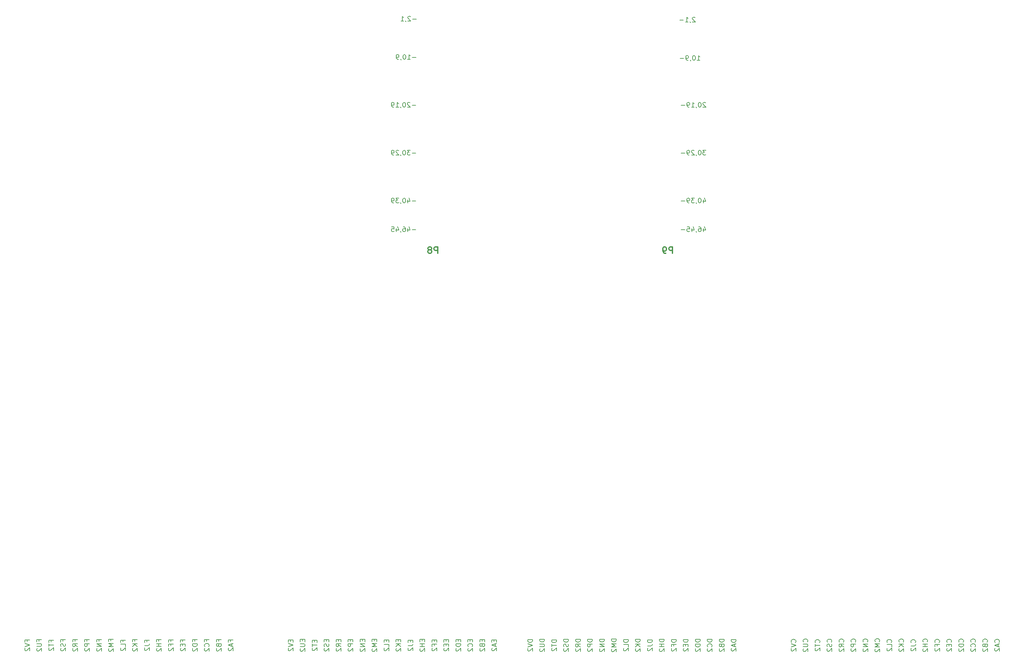
<source format=gbr>
G04 #@! TF.GenerationSoftware,KiCad,Pcbnew,(5.1.12)-1*
G04 #@! TF.CreationDate,2023-03-10T04:48:44+01:00*
G04 #@! TF.ProjectId,unibone,756e6962-6f6e-4652-9e6b-696361645f70,V1.0*
G04 #@! TF.SameCoordinates,Original*
G04 #@! TF.FileFunction,Legend,Bot*
G04 #@! TF.FilePolarity,Positive*
%FSLAX46Y46*%
G04 Gerber Fmt 4.6, Leading zero omitted, Abs format (unit mm)*
G04 Created by KiCad (PCBNEW (5.1.12)-1) date 2023-03-10 04:48:44*
%MOMM*%
%LPD*%
G01*
G04 APERTURE LIST*
%ADD10C,0.350000*%
%ADD11C,0.203200*%
G04 APERTURE END LIST*
D10*
X137126785Y-126499047D02*
X137126785Y-124799047D01*
X136479166Y-124799047D01*
X136317261Y-124880000D01*
X136236309Y-124960952D01*
X136155357Y-125122857D01*
X136155357Y-125365714D01*
X136236309Y-125527619D01*
X136317261Y-125608571D01*
X136479166Y-125689523D01*
X137126785Y-125689523D01*
X135183928Y-125527619D02*
X135345833Y-125446666D01*
X135426785Y-125365714D01*
X135507738Y-125203809D01*
X135507738Y-125122857D01*
X135426785Y-124960952D01*
X135345833Y-124880000D01*
X135183928Y-124799047D01*
X134860119Y-124799047D01*
X134698214Y-124880000D01*
X134617261Y-124960952D01*
X134536309Y-125122857D01*
X134536309Y-125203809D01*
X134617261Y-125365714D01*
X134698214Y-125446666D01*
X134860119Y-125527619D01*
X135183928Y-125527619D01*
X135345833Y-125608571D01*
X135426785Y-125689523D01*
X135507738Y-125851428D01*
X135507738Y-126175238D01*
X135426785Y-126337142D01*
X135345833Y-126418095D01*
X135183928Y-126499047D01*
X134860119Y-126499047D01*
X134698214Y-126418095D01*
X134617261Y-126337142D01*
X134536309Y-126175238D01*
X134536309Y-125851428D01*
X134617261Y-125689523D01*
X134698214Y-125608571D01*
X134860119Y-125527619D01*
X199392738Y-126499047D02*
X199392738Y-124799047D01*
X198745119Y-124799047D01*
X198583214Y-124880000D01*
X198502261Y-124960952D01*
X198421309Y-125122857D01*
X198421309Y-125365714D01*
X198502261Y-125527619D01*
X198583214Y-125608571D01*
X198745119Y-125689523D01*
X199392738Y-125689523D01*
X197611785Y-126499047D02*
X197287976Y-126499047D01*
X197126071Y-126418095D01*
X197045119Y-126337142D01*
X196883214Y-126094285D01*
X196802261Y-125770476D01*
X196802261Y-125122857D01*
X196883214Y-124960952D01*
X196964166Y-124880000D01*
X197126071Y-124799047D01*
X197449880Y-124799047D01*
X197611785Y-124880000D01*
X197692738Y-124960952D01*
X197773690Y-125122857D01*
X197773690Y-125527619D01*
X197692738Y-125689523D01*
X197611785Y-125770476D01*
X197449880Y-125851428D01*
X197126071Y-125851428D01*
X196964166Y-125770476D01*
X196883214Y-125689523D01*
X196802261Y-125527619D01*
D11*
X207555253Y-119869857D02*
X207555253Y-120716523D01*
X207857634Y-119386047D02*
X208160015Y-120293190D01*
X207373824Y-120293190D01*
X206345729Y-119446523D02*
X206587634Y-119446523D01*
X206708586Y-119507000D01*
X206769062Y-119567476D01*
X206890015Y-119748904D01*
X206950491Y-119990809D01*
X206950491Y-120474619D01*
X206890015Y-120595571D01*
X206829539Y-120656047D01*
X206708586Y-120716523D01*
X206466681Y-120716523D01*
X206345729Y-120656047D01*
X206285253Y-120595571D01*
X206224777Y-120474619D01*
X206224777Y-120172238D01*
X206285253Y-120051285D01*
X206345729Y-119990809D01*
X206466681Y-119930333D01*
X206708586Y-119930333D01*
X206829539Y-119990809D01*
X206890015Y-120051285D01*
X206950491Y-120172238D01*
X205620015Y-120656047D02*
X205620015Y-120716523D01*
X205680491Y-120837476D01*
X205740967Y-120897952D01*
X204531443Y-119869857D02*
X204531443Y-120716523D01*
X204833824Y-119386047D02*
X205136205Y-120293190D01*
X204350015Y-120293190D01*
X203261443Y-119446523D02*
X203866205Y-119446523D01*
X203926681Y-120051285D01*
X203866205Y-119990809D01*
X203745253Y-119930333D01*
X203442872Y-119930333D01*
X203321920Y-119990809D01*
X203261443Y-120051285D01*
X203200967Y-120172238D01*
X203200967Y-120474619D01*
X203261443Y-120595571D01*
X203321920Y-120656047D01*
X203442872Y-120716523D01*
X203745253Y-120716523D01*
X203866205Y-120656047D01*
X203926681Y-120595571D01*
X202656681Y-120232714D02*
X201689062Y-120232714D01*
X207555253Y-112249857D02*
X207555253Y-113096523D01*
X207857634Y-111766047D02*
X208160015Y-112673190D01*
X207373824Y-112673190D01*
X206648110Y-111826523D02*
X206527158Y-111826523D01*
X206406205Y-111887000D01*
X206345729Y-111947476D01*
X206285253Y-112068428D01*
X206224777Y-112310333D01*
X206224777Y-112612714D01*
X206285253Y-112854619D01*
X206345729Y-112975571D01*
X206406205Y-113036047D01*
X206527158Y-113096523D01*
X206648110Y-113096523D01*
X206769062Y-113036047D01*
X206829539Y-112975571D01*
X206890015Y-112854619D01*
X206950491Y-112612714D01*
X206950491Y-112310333D01*
X206890015Y-112068428D01*
X206829539Y-111947476D01*
X206769062Y-111887000D01*
X206648110Y-111826523D01*
X205620015Y-113036047D02*
X205620015Y-113096523D01*
X205680491Y-113217476D01*
X205740967Y-113277952D01*
X205196681Y-111826523D02*
X204410491Y-111826523D01*
X204833824Y-112310333D01*
X204652396Y-112310333D01*
X204531443Y-112370809D01*
X204470967Y-112431285D01*
X204410491Y-112552238D01*
X204410491Y-112854619D01*
X204470967Y-112975571D01*
X204531443Y-113036047D01*
X204652396Y-113096523D01*
X205015253Y-113096523D01*
X205136205Y-113036047D01*
X205196681Y-112975571D01*
X203805729Y-113096523D02*
X203563824Y-113096523D01*
X203442872Y-113036047D01*
X203382396Y-112975571D01*
X203261443Y-112794142D01*
X203200967Y-112552238D01*
X203200967Y-112068428D01*
X203261443Y-111947476D01*
X203321920Y-111887000D01*
X203442872Y-111826523D01*
X203684777Y-111826523D01*
X203805729Y-111887000D01*
X203866205Y-111947476D01*
X203926681Y-112068428D01*
X203926681Y-112370809D01*
X203866205Y-112491761D01*
X203805729Y-112552238D01*
X203684777Y-112612714D01*
X203442872Y-112612714D01*
X203321920Y-112552238D01*
X203261443Y-112491761D01*
X203200967Y-112370809D01*
X202656681Y-112612714D02*
X201689062Y-112612714D01*
X208220491Y-99126523D02*
X207434300Y-99126523D01*
X207857634Y-99610333D01*
X207676205Y-99610333D01*
X207555253Y-99670809D01*
X207494777Y-99731285D01*
X207434300Y-99852238D01*
X207434300Y-100154619D01*
X207494777Y-100275571D01*
X207555253Y-100336047D01*
X207676205Y-100396523D01*
X208039062Y-100396523D01*
X208160015Y-100336047D01*
X208220491Y-100275571D01*
X206648110Y-99126523D02*
X206527158Y-99126523D01*
X206406205Y-99187000D01*
X206345729Y-99247476D01*
X206285253Y-99368428D01*
X206224777Y-99610333D01*
X206224777Y-99912714D01*
X206285253Y-100154619D01*
X206345729Y-100275571D01*
X206406205Y-100336047D01*
X206527158Y-100396523D01*
X206648110Y-100396523D01*
X206769062Y-100336047D01*
X206829539Y-100275571D01*
X206890015Y-100154619D01*
X206950491Y-99912714D01*
X206950491Y-99610333D01*
X206890015Y-99368428D01*
X206829539Y-99247476D01*
X206769062Y-99187000D01*
X206648110Y-99126523D01*
X205620015Y-100336047D02*
X205620015Y-100396523D01*
X205680491Y-100517476D01*
X205740967Y-100577952D01*
X205136205Y-99247476D02*
X205075729Y-99187000D01*
X204954777Y-99126523D01*
X204652396Y-99126523D01*
X204531443Y-99187000D01*
X204470967Y-99247476D01*
X204410491Y-99368428D01*
X204410491Y-99489380D01*
X204470967Y-99670809D01*
X205196681Y-100396523D01*
X204410491Y-100396523D01*
X203805729Y-100396523D02*
X203563824Y-100396523D01*
X203442872Y-100336047D01*
X203382396Y-100275571D01*
X203261443Y-100094142D01*
X203200967Y-99852238D01*
X203200967Y-99368428D01*
X203261443Y-99247476D01*
X203321920Y-99187000D01*
X203442872Y-99126523D01*
X203684777Y-99126523D01*
X203805729Y-99187000D01*
X203866205Y-99247476D01*
X203926681Y-99368428D01*
X203926681Y-99670809D01*
X203866205Y-99791761D01*
X203805729Y-99852238D01*
X203684777Y-99912714D01*
X203442872Y-99912714D01*
X203321920Y-99852238D01*
X203261443Y-99791761D01*
X203200967Y-99670809D01*
X202656681Y-99912714D02*
X201689062Y-99912714D01*
X208160015Y-86547476D02*
X208099539Y-86487000D01*
X207978586Y-86426523D01*
X207676205Y-86426523D01*
X207555253Y-86487000D01*
X207494777Y-86547476D01*
X207434300Y-86668428D01*
X207434300Y-86789380D01*
X207494777Y-86970809D01*
X208220491Y-87696523D01*
X207434300Y-87696523D01*
X206648110Y-86426523D02*
X206527158Y-86426523D01*
X206406205Y-86487000D01*
X206345729Y-86547476D01*
X206285253Y-86668428D01*
X206224777Y-86910333D01*
X206224777Y-87212714D01*
X206285253Y-87454619D01*
X206345729Y-87575571D01*
X206406205Y-87636047D01*
X206527158Y-87696523D01*
X206648110Y-87696523D01*
X206769062Y-87636047D01*
X206829539Y-87575571D01*
X206890015Y-87454619D01*
X206950491Y-87212714D01*
X206950491Y-86910333D01*
X206890015Y-86668428D01*
X206829539Y-86547476D01*
X206769062Y-86487000D01*
X206648110Y-86426523D01*
X205620015Y-87636047D02*
X205620015Y-87696523D01*
X205680491Y-87817476D01*
X205740967Y-87877952D01*
X204410491Y-87696523D02*
X205136205Y-87696523D01*
X204773348Y-87696523D02*
X204773348Y-86426523D01*
X204894300Y-86607952D01*
X205015253Y-86728904D01*
X205136205Y-86789380D01*
X203805729Y-87696523D02*
X203563824Y-87696523D01*
X203442872Y-87636047D01*
X203382396Y-87575571D01*
X203261443Y-87394142D01*
X203200967Y-87152238D01*
X203200967Y-86668428D01*
X203261443Y-86547476D01*
X203321920Y-86487000D01*
X203442872Y-86426523D01*
X203684777Y-86426523D01*
X203805729Y-86487000D01*
X203866205Y-86547476D01*
X203926681Y-86668428D01*
X203926681Y-86970809D01*
X203866205Y-87091761D01*
X203805729Y-87152238D01*
X203684777Y-87212714D01*
X203442872Y-87212714D01*
X203321920Y-87152238D01*
X203261443Y-87091761D01*
X203200967Y-86970809D01*
X202656681Y-87212714D02*
X201689062Y-87212714D01*
X205910300Y-75250523D02*
X206636015Y-75250523D01*
X206273158Y-75250523D02*
X206273158Y-73980523D01*
X206394110Y-74161952D01*
X206515062Y-74282904D01*
X206636015Y-74343380D01*
X205124110Y-73980523D02*
X205003158Y-73980523D01*
X204882205Y-74041000D01*
X204821729Y-74101476D01*
X204761253Y-74222428D01*
X204700777Y-74464333D01*
X204700777Y-74766714D01*
X204761253Y-75008619D01*
X204821729Y-75129571D01*
X204882205Y-75190047D01*
X205003158Y-75250523D01*
X205124110Y-75250523D01*
X205245062Y-75190047D01*
X205305539Y-75129571D01*
X205366015Y-75008619D01*
X205426491Y-74766714D01*
X205426491Y-74464333D01*
X205366015Y-74222428D01*
X205305539Y-74101476D01*
X205245062Y-74041000D01*
X205124110Y-73980523D01*
X204096015Y-75190047D02*
X204096015Y-75250523D01*
X204156491Y-75371476D01*
X204216967Y-75431952D01*
X203491253Y-75250523D02*
X203249348Y-75250523D01*
X203128396Y-75190047D01*
X203067920Y-75129571D01*
X202946967Y-74948142D01*
X202886491Y-74706238D01*
X202886491Y-74222428D01*
X202946967Y-74101476D01*
X203007443Y-74041000D01*
X203128396Y-73980523D01*
X203370300Y-73980523D01*
X203491253Y-74041000D01*
X203551729Y-74101476D01*
X203612205Y-74222428D01*
X203612205Y-74524809D01*
X203551729Y-74645761D01*
X203491253Y-74706238D01*
X203370300Y-74766714D01*
X203128396Y-74766714D01*
X203007443Y-74706238D01*
X202946967Y-74645761D01*
X202886491Y-74524809D01*
X202342205Y-74766714D02*
X201374586Y-74766714D01*
X205366015Y-63941476D02*
X205305539Y-63881000D01*
X205184586Y-63820523D01*
X204882205Y-63820523D01*
X204761253Y-63881000D01*
X204700777Y-63941476D01*
X204640300Y-64062428D01*
X204640300Y-64183380D01*
X204700777Y-64364809D01*
X205426491Y-65090523D01*
X204640300Y-65090523D01*
X204035539Y-65030047D02*
X204035539Y-65090523D01*
X204096015Y-65211476D01*
X204156491Y-65271952D01*
X202826015Y-65090523D02*
X203551729Y-65090523D01*
X203188872Y-65090523D02*
X203188872Y-63820523D01*
X203309824Y-64001952D01*
X203430777Y-64122904D01*
X203551729Y-64183380D01*
X202281729Y-64606714D02*
X201314110Y-64606714D01*
X131304937Y-120232714D02*
X130337318Y-120232714D01*
X129188270Y-119869857D02*
X129188270Y-120716523D01*
X129490651Y-119386047D02*
X129793032Y-120293190D01*
X129006841Y-120293190D01*
X127978746Y-119446523D02*
X128220651Y-119446523D01*
X128341603Y-119507000D01*
X128402080Y-119567476D01*
X128523032Y-119748904D01*
X128583508Y-119990809D01*
X128583508Y-120474619D01*
X128523032Y-120595571D01*
X128462556Y-120656047D01*
X128341603Y-120716523D01*
X128099699Y-120716523D01*
X127978746Y-120656047D01*
X127918270Y-120595571D01*
X127857794Y-120474619D01*
X127857794Y-120172238D01*
X127918270Y-120051285D01*
X127978746Y-119990809D01*
X128099699Y-119930333D01*
X128341603Y-119930333D01*
X128462556Y-119990809D01*
X128523032Y-120051285D01*
X128583508Y-120172238D01*
X127253032Y-120656047D02*
X127253032Y-120716523D01*
X127313508Y-120837476D01*
X127373984Y-120897952D01*
X126164460Y-119869857D02*
X126164460Y-120716523D01*
X126466841Y-119386047D02*
X126769222Y-120293190D01*
X125983032Y-120293190D01*
X124894460Y-119446523D02*
X125499222Y-119446523D01*
X125559699Y-120051285D01*
X125499222Y-119990809D01*
X125378270Y-119930333D01*
X125075889Y-119930333D01*
X124954937Y-119990809D01*
X124894460Y-120051285D01*
X124833984Y-120172238D01*
X124833984Y-120474619D01*
X124894460Y-120595571D01*
X124954937Y-120656047D01*
X125075889Y-120716523D01*
X125378270Y-120716523D01*
X125499222Y-120656047D01*
X125559699Y-120595571D01*
X131304937Y-112612714D02*
X130337318Y-112612714D01*
X129188270Y-112249857D02*
X129188270Y-113096523D01*
X129490651Y-111766047D02*
X129793032Y-112673190D01*
X129006841Y-112673190D01*
X128281127Y-111826523D02*
X128160175Y-111826523D01*
X128039222Y-111887000D01*
X127978746Y-111947476D01*
X127918270Y-112068428D01*
X127857794Y-112310333D01*
X127857794Y-112612714D01*
X127918270Y-112854619D01*
X127978746Y-112975571D01*
X128039222Y-113036047D01*
X128160175Y-113096523D01*
X128281127Y-113096523D01*
X128402080Y-113036047D01*
X128462556Y-112975571D01*
X128523032Y-112854619D01*
X128583508Y-112612714D01*
X128583508Y-112310333D01*
X128523032Y-112068428D01*
X128462556Y-111947476D01*
X128402080Y-111887000D01*
X128281127Y-111826523D01*
X127253032Y-113036047D02*
X127253032Y-113096523D01*
X127313508Y-113217476D01*
X127373984Y-113277952D01*
X126829699Y-111826523D02*
X126043508Y-111826523D01*
X126466841Y-112310333D01*
X126285413Y-112310333D01*
X126164460Y-112370809D01*
X126103984Y-112431285D01*
X126043508Y-112552238D01*
X126043508Y-112854619D01*
X126103984Y-112975571D01*
X126164460Y-113036047D01*
X126285413Y-113096523D01*
X126648270Y-113096523D01*
X126769222Y-113036047D01*
X126829699Y-112975571D01*
X125438746Y-113096523D02*
X125196841Y-113096523D01*
X125075889Y-113036047D01*
X125015413Y-112975571D01*
X124894460Y-112794142D01*
X124833984Y-112552238D01*
X124833984Y-112068428D01*
X124894460Y-111947476D01*
X124954937Y-111887000D01*
X125075889Y-111826523D01*
X125317794Y-111826523D01*
X125438746Y-111887000D01*
X125499222Y-111947476D01*
X125559699Y-112068428D01*
X125559699Y-112370809D01*
X125499222Y-112491761D01*
X125438746Y-112552238D01*
X125317794Y-112612714D01*
X125075889Y-112612714D01*
X124954937Y-112552238D01*
X124894460Y-112491761D01*
X124833984Y-112370809D01*
X131304937Y-99912714D02*
X130337318Y-99912714D01*
X129853508Y-99126523D02*
X129067318Y-99126523D01*
X129490651Y-99610333D01*
X129309222Y-99610333D01*
X129188270Y-99670809D01*
X129127794Y-99731285D01*
X129067318Y-99852238D01*
X129067318Y-100154619D01*
X129127794Y-100275571D01*
X129188270Y-100336047D01*
X129309222Y-100396523D01*
X129672080Y-100396523D01*
X129793032Y-100336047D01*
X129853508Y-100275571D01*
X128281127Y-99126523D02*
X128160175Y-99126523D01*
X128039222Y-99187000D01*
X127978746Y-99247476D01*
X127918270Y-99368428D01*
X127857794Y-99610333D01*
X127857794Y-99912714D01*
X127918270Y-100154619D01*
X127978746Y-100275571D01*
X128039222Y-100336047D01*
X128160175Y-100396523D01*
X128281127Y-100396523D01*
X128402080Y-100336047D01*
X128462556Y-100275571D01*
X128523032Y-100154619D01*
X128583508Y-99912714D01*
X128583508Y-99610333D01*
X128523032Y-99368428D01*
X128462556Y-99247476D01*
X128402080Y-99187000D01*
X128281127Y-99126523D01*
X127253032Y-100336047D02*
X127253032Y-100396523D01*
X127313508Y-100517476D01*
X127373984Y-100577952D01*
X126769222Y-99247476D02*
X126708746Y-99187000D01*
X126587794Y-99126523D01*
X126285413Y-99126523D01*
X126164460Y-99187000D01*
X126103984Y-99247476D01*
X126043508Y-99368428D01*
X126043508Y-99489380D01*
X126103984Y-99670809D01*
X126829699Y-100396523D01*
X126043508Y-100396523D01*
X125438746Y-100396523D02*
X125196841Y-100396523D01*
X125075889Y-100336047D01*
X125015413Y-100275571D01*
X124894460Y-100094142D01*
X124833984Y-99852238D01*
X124833984Y-99368428D01*
X124894460Y-99247476D01*
X124954937Y-99187000D01*
X125075889Y-99126523D01*
X125317794Y-99126523D01*
X125438746Y-99187000D01*
X125499222Y-99247476D01*
X125559699Y-99368428D01*
X125559699Y-99670809D01*
X125499222Y-99791761D01*
X125438746Y-99852238D01*
X125317794Y-99912714D01*
X125075889Y-99912714D01*
X124954937Y-99852238D01*
X124894460Y-99791761D01*
X124833984Y-99670809D01*
X131304937Y-87212714D02*
X130337318Y-87212714D01*
X129793032Y-86547476D02*
X129732556Y-86487000D01*
X129611603Y-86426523D01*
X129309222Y-86426523D01*
X129188270Y-86487000D01*
X129127794Y-86547476D01*
X129067318Y-86668428D01*
X129067318Y-86789380D01*
X129127794Y-86970809D01*
X129853508Y-87696523D01*
X129067318Y-87696523D01*
X128281127Y-86426523D02*
X128160175Y-86426523D01*
X128039222Y-86487000D01*
X127978746Y-86547476D01*
X127918270Y-86668428D01*
X127857794Y-86910333D01*
X127857794Y-87212714D01*
X127918270Y-87454619D01*
X127978746Y-87575571D01*
X128039222Y-87636047D01*
X128160175Y-87696523D01*
X128281127Y-87696523D01*
X128402080Y-87636047D01*
X128462556Y-87575571D01*
X128523032Y-87454619D01*
X128583508Y-87212714D01*
X128583508Y-86910333D01*
X128523032Y-86668428D01*
X128462556Y-86547476D01*
X128402080Y-86487000D01*
X128281127Y-86426523D01*
X127253032Y-87636047D02*
X127253032Y-87696523D01*
X127313508Y-87817476D01*
X127373984Y-87877952D01*
X126043508Y-87696523D02*
X126769222Y-87696523D01*
X126406365Y-87696523D02*
X126406365Y-86426523D01*
X126527318Y-86607952D01*
X126648270Y-86728904D01*
X126769222Y-86789380D01*
X125438746Y-87696523D02*
X125196841Y-87696523D01*
X125075889Y-87636047D01*
X125015413Y-87575571D01*
X124894460Y-87394142D01*
X124833984Y-87152238D01*
X124833984Y-86668428D01*
X124894460Y-86547476D01*
X124954937Y-86487000D01*
X125075889Y-86426523D01*
X125317794Y-86426523D01*
X125438746Y-86487000D01*
X125499222Y-86547476D01*
X125559699Y-86668428D01*
X125559699Y-86970809D01*
X125499222Y-87091761D01*
X125438746Y-87152238D01*
X125317794Y-87212714D01*
X125075889Y-87212714D01*
X124954937Y-87152238D01*
X124894460Y-87091761D01*
X124833984Y-86970809D01*
X131365413Y-74512714D02*
X130397794Y-74512714D01*
X129127794Y-74996523D02*
X129853508Y-74996523D01*
X129490651Y-74996523D02*
X129490651Y-73726523D01*
X129611603Y-73907952D01*
X129732556Y-74028904D01*
X129853508Y-74089380D01*
X128341603Y-73726523D02*
X128220651Y-73726523D01*
X128099699Y-73787000D01*
X128039222Y-73847476D01*
X127978746Y-73968428D01*
X127918270Y-74210333D01*
X127918270Y-74512714D01*
X127978746Y-74754619D01*
X128039222Y-74875571D01*
X128099699Y-74936047D01*
X128220651Y-74996523D01*
X128341603Y-74996523D01*
X128462556Y-74936047D01*
X128523032Y-74875571D01*
X128583508Y-74754619D01*
X128643984Y-74512714D01*
X128643984Y-74210333D01*
X128583508Y-73968428D01*
X128523032Y-73847476D01*
X128462556Y-73787000D01*
X128341603Y-73726523D01*
X127313508Y-74936047D02*
X127313508Y-74996523D01*
X127373984Y-75117476D01*
X127434460Y-75177952D01*
X126708746Y-74996523D02*
X126466841Y-74996523D01*
X126345889Y-74936047D01*
X126285413Y-74875571D01*
X126164460Y-74694142D01*
X126103984Y-74452238D01*
X126103984Y-73968428D01*
X126164460Y-73847476D01*
X126224937Y-73787000D01*
X126345889Y-73726523D01*
X126587794Y-73726523D01*
X126708746Y-73787000D01*
X126769222Y-73847476D01*
X126829699Y-73968428D01*
X126829699Y-74270809D01*
X126769222Y-74391761D01*
X126708746Y-74452238D01*
X126587794Y-74512714D01*
X126345889Y-74512714D01*
X126224937Y-74452238D01*
X126164460Y-74391761D01*
X126103984Y-74270809D01*
X131425889Y-64352714D02*
X130458270Y-64352714D01*
X129913984Y-63687476D02*
X129853508Y-63627000D01*
X129732556Y-63566523D01*
X129430175Y-63566523D01*
X129309222Y-63627000D01*
X129248746Y-63687476D01*
X129188270Y-63808428D01*
X129188270Y-63929380D01*
X129248746Y-64110809D01*
X129974460Y-64836523D01*
X129188270Y-64836523D01*
X128583508Y-64776047D02*
X128583508Y-64836523D01*
X128643984Y-64957476D01*
X128704460Y-65017952D01*
X127373984Y-64836523D02*
X128099699Y-64836523D01*
X127736841Y-64836523D02*
X127736841Y-63566523D01*
X127857794Y-63747952D01*
X127978746Y-63868904D01*
X128099699Y-63929380D01*
X231979371Y-229744047D02*
X232039847Y-229683571D01*
X232100323Y-229502142D01*
X232100323Y-229381190D01*
X232039847Y-229199761D01*
X231918895Y-229078809D01*
X231797942Y-229018333D01*
X231556038Y-228957857D01*
X231374609Y-228957857D01*
X231132704Y-229018333D01*
X231011752Y-229078809D01*
X230890800Y-229199761D01*
X230830323Y-229381190D01*
X230830323Y-229502142D01*
X230890800Y-229683571D01*
X230951276Y-229744047D01*
X230830323Y-230106904D02*
X232100323Y-230530238D01*
X230830323Y-230953571D01*
X230951276Y-231316428D02*
X230890800Y-231376904D01*
X230830323Y-231497857D01*
X230830323Y-231800238D01*
X230890800Y-231921190D01*
X230951276Y-231981666D01*
X231072228Y-232042142D01*
X231193180Y-232042142D01*
X231374609Y-231981666D01*
X232100323Y-231255952D01*
X232100323Y-232042142D01*
X235154371Y-229623095D02*
X235214847Y-229562619D01*
X235275323Y-229381190D01*
X235275323Y-229260238D01*
X235214847Y-229078809D01*
X235093895Y-228957857D01*
X234972942Y-228897380D01*
X234731038Y-228836904D01*
X234549609Y-228836904D01*
X234307704Y-228897380D01*
X234186752Y-228957857D01*
X234065800Y-229078809D01*
X234005323Y-229260238D01*
X234005323Y-229381190D01*
X234065800Y-229562619D01*
X234126276Y-229623095D01*
X234005323Y-230167380D02*
X235033419Y-230167380D01*
X235154371Y-230227857D01*
X235214847Y-230288333D01*
X235275323Y-230409285D01*
X235275323Y-230651190D01*
X235214847Y-230772142D01*
X235154371Y-230832619D01*
X235033419Y-230893095D01*
X234005323Y-230893095D01*
X234126276Y-231437380D02*
X234065800Y-231497857D01*
X234005323Y-231618809D01*
X234005323Y-231921190D01*
X234065800Y-232042142D01*
X234126276Y-232102619D01*
X234247228Y-232163095D01*
X234368180Y-232163095D01*
X234549609Y-232102619D01*
X235275323Y-231376904D01*
X235275323Y-232163095D01*
X238329371Y-229804523D02*
X238389847Y-229744047D01*
X238450323Y-229562619D01*
X238450323Y-229441666D01*
X238389847Y-229260238D01*
X238268895Y-229139285D01*
X238147942Y-229078809D01*
X237906038Y-229018333D01*
X237724609Y-229018333D01*
X237482704Y-229078809D01*
X237361752Y-229139285D01*
X237240800Y-229260238D01*
X237180323Y-229441666D01*
X237180323Y-229562619D01*
X237240800Y-229744047D01*
X237301276Y-229804523D01*
X237180323Y-230167380D02*
X237180323Y-230893095D01*
X238450323Y-230530238D02*
X237180323Y-230530238D01*
X237301276Y-231255952D02*
X237240800Y-231316428D01*
X237180323Y-231437380D01*
X237180323Y-231739761D01*
X237240800Y-231860714D01*
X237301276Y-231921190D01*
X237422228Y-231981666D01*
X237543180Y-231981666D01*
X237724609Y-231921190D01*
X238450323Y-231195476D01*
X238450323Y-231981666D01*
X241504371Y-229683571D02*
X241564847Y-229623095D01*
X241625323Y-229441666D01*
X241625323Y-229320714D01*
X241564847Y-229139285D01*
X241443895Y-229018333D01*
X241322942Y-228957857D01*
X241081038Y-228897380D01*
X240899609Y-228897380D01*
X240657704Y-228957857D01*
X240536752Y-229018333D01*
X240415800Y-229139285D01*
X240355323Y-229320714D01*
X240355323Y-229441666D01*
X240415800Y-229623095D01*
X240476276Y-229683571D01*
X241564847Y-230167380D02*
X241625323Y-230348809D01*
X241625323Y-230651190D01*
X241564847Y-230772142D01*
X241504371Y-230832619D01*
X241383419Y-230893095D01*
X241262466Y-230893095D01*
X241141514Y-230832619D01*
X241081038Y-230772142D01*
X241020561Y-230651190D01*
X240960085Y-230409285D01*
X240899609Y-230288333D01*
X240839133Y-230227857D01*
X240718180Y-230167380D01*
X240597228Y-230167380D01*
X240476276Y-230227857D01*
X240415800Y-230288333D01*
X240355323Y-230409285D01*
X240355323Y-230711666D01*
X240415800Y-230893095D01*
X240476276Y-231376904D02*
X240415800Y-231437380D01*
X240355323Y-231558333D01*
X240355323Y-231860714D01*
X240415800Y-231981666D01*
X240476276Y-232042142D01*
X240597228Y-232102619D01*
X240718180Y-232102619D01*
X240899609Y-232042142D01*
X241625323Y-231316428D01*
X241625323Y-232102619D01*
X244679371Y-229653333D02*
X244739847Y-229592857D01*
X244800323Y-229411428D01*
X244800323Y-229290476D01*
X244739847Y-229109047D01*
X244618895Y-228988095D01*
X244497942Y-228927619D01*
X244256038Y-228867142D01*
X244074609Y-228867142D01*
X243832704Y-228927619D01*
X243711752Y-228988095D01*
X243590800Y-229109047D01*
X243530323Y-229290476D01*
X243530323Y-229411428D01*
X243590800Y-229592857D01*
X243651276Y-229653333D01*
X244800323Y-230923333D02*
X244195561Y-230500000D01*
X244800323Y-230197619D02*
X243530323Y-230197619D01*
X243530323Y-230681428D01*
X243590800Y-230802380D01*
X243651276Y-230862857D01*
X243772228Y-230923333D01*
X243953657Y-230923333D01*
X244074609Y-230862857D01*
X244135085Y-230802380D01*
X244195561Y-230681428D01*
X244195561Y-230197619D01*
X243651276Y-231407142D02*
X243590800Y-231467619D01*
X243530323Y-231588571D01*
X243530323Y-231890952D01*
X243590800Y-232011904D01*
X243651276Y-232072380D01*
X243772228Y-232132857D01*
X243893180Y-232132857D01*
X244074609Y-232072380D01*
X244800323Y-231346666D01*
X244800323Y-232132857D01*
X247854371Y-229653333D02*
X247914847Y-229592857D01*
X247975323Y-229411428D01*
X247975323Y-229290476D01*
X247914847Y-229109047D01*
X247793895Y-228988095D01*
X247672942Y-228927619D01*
X247431038Y-228867142D01*
X247249609Y-228867142D01*
X247007704Y-228927619D01*
X246886752Y-228988095D01*
X246765800Y-229109047D01*
X246705323Y-229290476D01*
X246705323Y-229411428D01*
X246765800Y-229592857D01*
X246826276Y-229653333D01*
X247975323Y-230197619D02*
X246705323Y-230197619D01*
X246705323Y-230681428D01*
X246765800Y-230802380D01*
X246826276Y-230862857D01*
X246947228Y-230923333D01*
X247128657Y-230923333D01*
X247249609Y-230862857D01*
X247310085Y-230802380D01*
X247370561Y-230681428D01*
X247370561Y-230197619D01*
X246826276Y-231407142D02*
X246765800Y-231467619D01*
X246705323Y-231588571D01*
X246705323Y-231890952D01*
X246765800Y-232011904D01*
X246826276Y-232072380D01*
X246947228Y-232132857D01*
X247068180Y-232132857D01*
X247249609Y-232072380D01*
X247975323Y-231346666D01*
X247975323Y-232132857D01*
X251029371Y-229623095D02*
X251089847Y-229562619D01*
X251150323Y-229381190D01*
X251150323Y-229260238D01*
X251089847Y-229078809D01*
X250968895Y-228957857D01*
X250847942Y-228897380D01*
X250606038Y-228836904D01*
X250424609Y-228836904D01*
X250182704Y-228897380D01*
X250061752Y-228957857D01*
X249940800Y-229078809D01*
X249880323Y-229260238D01*
X249880323Y-229381190D01*
X249940800Y-229562619D01*
X250001276Y-229623095D01*
X251150323Y-230167380D02*
X249880323Y-230167380D01*
X251150323Y-230893095D01*
X249880323Y-230893095D01*
X250001276Y-231437380D02*
X249940800Y-231497857D01*
X249880323Y-231618809D01*
X249880323Y-231921190D01*
X249940800Y-232042142D01*
X250001276Y-232102619D01*
X250122228Y-232163095D01*
X250243180Y-232163095D01*
X250424609Y-232102619D01*
X251150323Y-231376904D01*
X251150323Y-232163095D01*
X254204371Y-229562619D02*
X254264847Y-229502142D01*
X254325323Y-229320714D01*
X254325323Y-229199761D01*
X254264847Y-229018333D01*
X254143895Y-228897380D01*
X254022942Y-228836904D01*
X253781038Y-228776428D01*
X253599609Y-228776428D01*
X253357704Y-228836904D01*
X253236752Y-228897380D01*
X253115800Y-229018333D01*
X253055323Y-229199761D01*
X253055323Y-229320714D01*
X253115800Y-229502142D01*
X253176276Y-229562619D01*
X254325323Y-230106904D02*
X253055323Y-230106904D01*
X253962466Y-230530238D01*
X253055323Y-230953571D01*
X254325323Y-230953571D01*
X253176276Y-231497857D02*
X253115800Y-231558333D01*
X253055323Y-231679285D01*
X253055323Y-231981666D01*
X253115800Y-232102619D01*
X253176276Y-232163095D01*
X253297228Y-232223571D01*
X253418180Y-232223571D01*
X253599609Y-232163095D01*
X254325323Y-231437380D01*
X254325323Y-232223571D01*
X257379371Y-229774285D02*
X257439847Y-229713809D01*
X257500323Y-229532380D01*
X257500323Y-229411428D01*
X257439847Y-229230000D01*
X257318895Y-229109047D01*
X257197942Y-229048571D01*
X256956038Y-228988095D01*
X256774609Y-228988095D01*
X256532704Y-229048571D01*
X256411752Y-229109047D01*
X256290800Y-229230000D01*
X256230323Y-229411428D01*
X256230323Y-229532380D01*
X256290800Y-229713809D01*
X256351276Y-229774285D01*
X257500323Y-230923333D02*
X257500323Y-230318571D01*
X256230323Y-230318571D01*
X256351276Y-231286190D02*
X256290800Y-231346666D01*
X256230323Y-231467619D01*
X256230323Y-231770000D01*
X256290800Y-231890952D01*
X256351276Y-231951428D01*
X256472228Y-232011904D01*
X256593180Y-232011904D01*
X256774609Y-231951428D01*
X257500323Y-231225714D01*
X257500323Y-232011904D01*
X260554371Y-229653333D02*
X260614847Y-229592857D01*
X260675323Y-229411428D01*
X260675323Y-229290476D01*
X260614847Y-229109047D01*
X260493895Y-228988095D01*
X260372942Y-228927619D01*
X260131038Y-228867142D01*
X259949609Y-228867142D01*
X259707704Y-228927619D01*
X259586752Y-228988095D01*
X259465800Y-229109047D01*
X259405323Y-229290476D01*
X259405323Y-229411428D01*
X259465800Y-229592857D01*
X259526276Y-229653333D01*
X260675323Y-230197619D02*
X259405323Y-230197619D01*
X260675323Y-230923333D02*
X259949609Y-230379047D01*
X259405323Y-230923333D02*
X260131038Y-230197619D01*
X259526276Y-231407142D02*
X259465800Y-231467619D01*
X259405323Y-231588571D01*
X259405323Y-231890952D01*
X259465800Y-232011904D01*
X259526276Y-232072380D01*
X259647228Y-232132857D01*
X259768180Y-232132857D01*
X259949609Y-232072380D01*
X260675323Y-231346666D01*
X260675323Y-232132857D01*
X263729371Y-229804523D02*
X263789847Y-229744047D01*
X263850323Y-229562619D01*
X263850323Y-229441666D01*
X263789847Y-229260238D01*
X263668895Y-229139285D01*
X263547942Y-229078809D01*
X263306038Y-229018333D01*
X263124609Y-229018333D01*
X262882704Y-229078809D01*
X262761752Y-229139285D01*
X262640800Y-229260238D01*
X262580323Y-229441666D01*
X262580323Y-229562619D01*
X262640800Y-229744047D01*
X262701276Y-229804523D01*
X262580323Y-230711666D02*
X263487466Y-230711666D01*
X263668895Y-230651190D01*
X263789847Y-230530238D01*
X263850323Y-230348809D01*
X263850323Y-230227857D01*
X262701276Y-231255952D02*
X262640800Y-231316428D01*
X262580323Y-231437380D01*
X262580323Y-231739761D01*
X262640800Y-231860714D01*
X262701276Y-231921190D01*
X262822228Y-231981666D01*
X262943180Y-231981666D01*
X263124609Y-231921190D01*
X263850323Y-231195476D01*
X263850323Y-231981666D01*
X266904371Y-229623095D02*
X266964847Y-229562619D01*
X267025323Y-229381190D01*
X267025323Y-229260238D01*
X266964847Y-229078809D01*
X266843895Y-228957857D01*
X266722942Y-228897380D01*
X266481038Y-228836904D01*
X266299609Y-228836904D01*
X266057704Y-228897380D01*
X265936752Y-228957857D01*
X265815800Y-229078809D01*
X265755323Y-229260238D01*
X265755323Y-229381190D01*
X265815800Y-229562619D01*
X265876276Y-229623095D01*
X267025323Y-230167380D02*
X265755323Y-230167380D01*
X266360085Y-230167380D02*
X266360085Y-230893095D01*
X267025323Y-230893095D02*
X265755323Y-230893095D01*
X265876276Y-231437380D02*
X265815800Y-231497857D01*
X265755323Y-231618809D01*
X265755323Y-231921190D01*
X265815800Y-232042142D01*
X265876276Y-232102619D01*
X265997228Y-232163095D01*
X266118180Y-232163095D01*
X266299609Y-232102619D01*
X267025323Y-231376904D01*
X267025323Y-232163095D01*
X270079371Y-229744047D02*
X270139847Y-229683571D01*
X270200323Y-229502142D01*
X270200323Y-229381190D01*
X270139847Y-229199761D01*
X270018895Y-229078809D01*
X269897942Y-229018333D01*
X269656038Y-228957857D01*
X269474609Y-228957857D01*
X269232704Y-229018333D01*
X269111752Y-229078809D01*
X268990800Y-229199761D01*
X268930323Y-229381190D01*
X268930323Y-229502142D01*
X268990800Y-229683571D01*
X269051276Y-229744047D01*
X269535085Y-230711666D02*
X269535085Y-230288333D01*
X270200323Y-230288333D02*
X268930323Y-230288333D01*
X268930323Y-230893095D01*
X269051276Y-231316428D02*
X268990800Y-231376904D01*
X268930323Y-231497857D01*
X268930323Y-231800238D01*
X268990800Y-231921190D01*
X269051276Y-231981666D01*
X269172228Y-232042142D01*
X269293180Y-232042142D01*
X269474609Y-231981666D01*
X270200323Y-231255952D01*
X270200323Y-232042142D01*
X273254371Y-229713809D02*
X273314847Y-229653333D01*
X273375323Y-229471904D01*
X273375323Y-229350952D01*
X273314847Y-229169523D01*
X273193895Y-229048571D01*
X273072942Y-228988095D01*
X272831038Y-228927619D01*
X272649609Y-228927619D01*
X272407704Y-228988095D01*
X272286752Y-229048571D01*
X272165800Y-229169523D01*
X272105323Y-229350952D01*
X272105323Y-229471904D01*
X272165800Y-229653333D01*
X272226276Y-229713809D01*
X272710085Y-230258095D02*
X272710085Y-230681428D01*
X273375323Y-230862857D02*
X273375323Y-230258095D01*
X272105323Y-230258095D01*
X272105323Y-230862857D01*
X272226276Y-231346666D02*
X272165800Y-231407142D01*
X272105323Y-231528095D01*
X272105323Y-231830476D01*
X272165800Y-231951428D01*
X272226276Y-232011904D01*
X272347228Y-232072380D01*
X272468180Y-232072380D01*
X272649609Y-232011904D01*
X273375323Y-231286190D01*
X273375323Y-232072380D01*
X276429371Y-229653333D02*
X276489847Y-229592857D01*
X276550323Y-229411428D01*
X276550323Y-229290476D01*
X276489847Y-229109047D01*
X276368895Y-228988095D01*
X276247942Y-228927619D01*
X276006038Y-228867142D01*
X275824609Y-228867142D01*
X275582704Y-228927619D01*
X275461752Y-228988095D01*
X275340800Y-229109047D01*
X275280323Y-229290476D01*
X275280323Y-229411428D01*
X275340800Y-229592857D01*
X275401276Y-229653333D01*
X276550323Y-230197619D02*
X275280323Y-230197619D01*
X275280323Y-230500000D01*
X275340800Y-230681428D01*
X275461752Y-230802380D01*
X275582704Y-230862857D01*
X275824609Y-230923333D01*
X276006038Y-230923333D01*
X276247942Y-230862857D01*
X276368895Y-230802380D01*
X276489847Y-230681428D01*
X276550323Y-230500000D01*
X276550323Y-230197619D01*
X275401276Y-231407142D02*
X275340800Y-231467619D01*
X275280323Y-231588571D01*
X275280323Y-231890952D01*
X275340800Y-232011904D01*
X275401276Y-232072380D01*
X275522228Y-232132857D01*
X275643180Y-232132857D01*
X275824609Y-232072380D01*
X276550323Y-231346666D01*
X276550323Y-232132857D01*
X279604371Y-229653333D02*
X279664847Y-229592857D01*
X279725323Y-229411428D01*
X279725323Y-229290476D01*
X279664847Y-229109047D01*
X279543895Y-228988095D01*
X279422942Y-228927619D01*
X279181038Y-228867142D01*
X278999609Y-228867142D01*
X278757704Y-228927619D01*
X278636752Y-228988095D01*
X278515800Y-229109047D01*
X278455323Y-229290476D01*
X278455323Y-229411428D01*
X278515800Y-229592857D01*
X278576276Y-229653333D01*
X279604371Y-230923333D02*
X279664847Y-230862857D01*
X279725323Y-230681428D01*
X279725323Y-230560476D01*
X279664847Y-230379047D01*
X279543895Y-230258095D01*
X279422942Y-230197619D01*
X279181038Y-230137142D01*
X278999609Y-230137142D01*
X278757704Y-230197619D01*
X278636752Y-230258095D01*
X278515800Y-230379047D01*
X278455323Y-230560476D01*
X278455323Y-230681428D01*
X278515800Y-230862857D01*
X278576276Y-230923333D01*
X278576276Y-231407142D02*
X278515800Y-231467619D01*
X278455323Y-231588571D01*
X278455323Y-231890952D01*
X278515800Y-232011904D01*
X278576276Y-232072380D01*
X278697228Y-232132857D01*
X278818180Y-232132857D01*
X278999609Y-232072380D01*
X279725323Y-231346666D01*
X279725323Y-232132857D01*
X282779371Y-229653333D02*
X282839847Y-229592857D01*
X282900323Y-229411428D01*
X282900323Y-229290476D01*
X282839847Y-229109047D01*
X282718895Y-228988095D01*
X282597942Y-228927619D01*
X282356038Y-228867142D01*
X282174609Y-228867142D01*
X281932704Y-228927619D01*
X281811752Y-228988095D01*
X281690800Y-229109047D01*
X281630323Y-229290476D01*
X281630323Y-229411428D01*
X281690800Y-229592857D01*
X281751276Y-229653333D01*
X282235085Y-230620952D02*
X282295561Y-230802380D01*
X282356038Y-230862857D01*
X282476990Y-230923333D01*
X282658419Y-230923333D01*
X282779371Y-230862857D01*
X282839847Y-230802380D01*
X282900323Y-230681428D01*
X282900323Y-230197619D01*
X281630323Y-230197619D01*
X281630323Y-230620952D01*
X281690800Y-230741904D01*
X281751276Y-230802380D01*
X281872228Y-230862857D01*
X281993180Y-230862857D01*
X282114133Y-230802380D01*
X282174609Y-230741904D01*
X282235085Y-230620952D01*
X282235085Y-230197619D01*
X281751276Y-231407142D02*
X281690800Y-231467619D01*
X281630323Y-231588571D01*
X281630323Y-231890952D01*
X281690800Y-232011904D01*
X281751276Y-232072380D01*
X281872228Y-232132857D01*
X281993180Y-232132857D01*
X282174609Y-232072380D01*
X282900323Y-231346666D01*
X282900323Y-232132857D01*
X285954371Y-229744047D02*
X286014847Y-229683571D01*
X286075323Y-229502142D01*
X286075323Y-229381190D01*
X286014847Y-229199761D01*
X285893895Y-229078809D01*
X285772942Y-229018333D01*
X285531038Y-228957857D01*
X285349609Y-228957857D01*
X285107704Y-229018333D01*
X284986752Y-229078809D01*
X284865800Y-229199761D01*
X284805323Y-229381190D01*
X284805323Y-229502142D01*
X284865800Y-229683571D01*
X284926276Y-229744047D01*
X285712466Y-230227857D02*
X285712466Y-230832619D01*
X286075323Y-230106904D02*
X284805323Y-230530238D01*
X286075323Y-230953571D01*
X284926276Y-231316428D02*
X284865800Y-231376904D01*
X284805323Y-231497857D01*
X284805323Y-231800238D01*
X284865800Y-231921190D01*
X284926276Y-231981666D01*
X285047228Y-232042142D01*
X285168180Y-232042142D01*
X285349609Y-231981666D01*
X286075323Y-231255952D01*
X286075323Y-232042142D01*
X216225323Y-229018333D02*
X214955323Y-229018333D01*
X214955323Y-229320714D01*
X215015800Y-229502142D01*
X215136752Y-229623095D01*
X215257704Y-229683571D01*
X215499609Y-229744047D01*
X215681038Y-229744047D01*
X215922942Y-229683571D01*
X216043895Y-229623095D01*
X216164847Y-229502142D01*
X216225323Y-229320714D01*
X216225323Y-229018333D01*
X215862466Y-230227857D02*
X215862466Y-230832619D01*
X216225323Y-230106904D02*
X214955323Y-230530238D01*
X216225323Y-230953571D01*
X215076276Y-231316428D02*
X215015800Y-231376904D01*
X214955323Y-231497857D01*
X214955323Y-231800238D01*
X215015800Y-231921190D01*
X215076276Y-231981666D01*
X215197228Y-232042142D01*
X215318180Y-232042142D01*
X215499609Y-231981666D01*
X216225323Y-231255952D01*
X216225323Y-232042142D01*
X213050323Y-228927619D02*
X211780323Y-228927619D01*
X211780323Y-229230000D01*
X211840800Y-229411428D01*
X211961752Y-229532380D01*
X212082704Y-229592857D01*
X212324609Y-229653333D01*
X212506038Y-229653333D01*
X212747942Y-229592857D01*
X212868895Y-229532380D01*
X212989847Y-229411428D01*
X213050323Y-229230000D01*
X213050323Y-228927619D01*
X212385085Y-230620952D02*
X212445561Y-230802380D01*
X212506038Y-230862857D01*
X212626990Y-230923333D01*
X212808419Y-230923333D01*
X212929371Y-230862857D01*
X212989847Y-230802380D01*
X213050323Y-230681428D01*
X213050323Y-230197619D01*
X211780323Y-230197619D01*
X211780323Y-230620952D01*
X211840800Y-230741904D01*
X211901276Y-230802380D01*
X212022228Y-230862857D01*
X212143180Y-230862857D01*
X212264133Y-230802380D01*
X212324609Y-230741904D01*
X212385085Y-230620952D01*
X212385085Y-230197619D01*
X211901276Y-231407142D02*
X211840800Y-231467619D01*
X211780323Y-231588571D01*
X211780323Y-231890952D01*
X211840800Y-232011904D01*
X211901276Y-232072380D01*
X212022228Y-232132857D01*
X212143180Y-232132857D01*
X212324609Y-232072380D01*
X213050323Y-231346666D01*
X213050323Y-232132857D01*
X209875323Y-228927619D02*
X208605323Y-228927619D01*
X208605323Y-229230000D01*
X208665800Y-229411428D01*
X208786752Y-229532380D01*
X208907704Y-229592857D01*
X209149609Y-229653333D01*
X209331038Y-229653333D01*
X209572942Y-229592857D01*
X209693895Y-229532380D01*
X209814847Y-229411428D01*
X209875323Y-229230000D01*
X209875323Y-228927619D01*
X209754371Y-230923333D02*
X209814847Y-230862857D01*
X209875323Y-230681428D01*
X209875323Y-230560476D01*
X209814847Y-230379047D01*
X209693895Y-230258095D01*
X209572942Y-230197619D01*
X209331038Y-230137142D01*
X209149609Y-230137142D01*
X208907704Y-230197619D01*
X208786752Y-230258095D01*
X208665800Y-230379047D01*
X208605323Y-230560476D01*
X208605323Y-230681428D01*
X208665800Y-230862857D01*
X208726276Y-230923333D01*
X208726276Y-231407142D02*
X208665800Y-231467619D01*
X208605323Y-231588571D01*
X208605323Y-231890952D01*
X208665800Y-232011904D01*
X208726276Y-232072380D01*
X208847228Y-232132857D01*
X208968180Y-232132857D01*
X209149609Y-232072380D01*
X209875323Y-231346666D01*
X209875323Y-232132857D01*
X206700323Y-228927619D02*
X205430323Y-228927619D01*
X205430323Y-229230000D01*
X205490800Y-229411428D01*
X205611752Y-229532380D01*
X205732704Y-229592857D01*
X205974609Y-229653333D01*
X206156038Y-229653333D01*
X206397942Y-229592857D01*
X206518895Y-229532380D01*
X206639847Y-229411428D01*
X206700323Y-229230000D01*
X206700323Y-228927619D01*
X206700323Y-230197619D02*
X205430323Y-230197619D01*
X205430323Y-230500000D01*
X205490800Y-230681428D01*
X205611752Y-230802380D01*
X205732704Y-230862857D01*
X205974609Y-230923333D01*
X206156038Y-230923333D01*
X206397942Y-230862857D01*
X206518895Y-230802380D01*
X206639847Y-230681428D01*
X206700323Y-230500000D01*
X206700323Y-230197619D01*
X205551276Y-231407142D02*
X205490800Y-231467619D01*
X205430323Y-231588571D01*
X205430323Y-231890952D01*
X205490800Y-232011904D01*
X205551276Y-232072380D01*
X205672228Y-232132857D01*
X205793180Y-232132857D01*
X205974609Y-232072380D01*
X206700323Y-231346666D01*
X206700323Y-232132857D01*
X203525323Y-228988095D02*
X202255323Y-228988095D01*
X202255323Y-229290476D01*
X202315800Y-229471904D01*
X202436752Y-229592857D01*
X202557704Y-229653333D01*
X202799609Y-229713809D01*
X202981038Y-229713809D01*
X203222942Y-229653333D01*
X203343895Y-229592857D01*
X203464847Y-229471904D01*
X203525323Y-229290476D01*
X203525323Y-228988095D01*
X202860085Y-230258095D02*
X202860085Y-230681428D01*
X203525323Y-230862857D02*
X203525323Y-230258095D01*
X202255323Y-230258095D01*
X202255323Y-230862857D01*
X202376276Y-231346666D02*
X202315800Y-231407142D01*
X202255323Y-231528095D01*
X202255323Y-231830476D01*
X202315800Y-231951428D01*
X202376276Y-232011904D01*
X202497228Y-232072380D01*
X202618180Y-232072380D01*
X202799609Y-232011904D01*
X203525323Y-231286190D01*
X203525323Y-232072380D01*
X200350323Y-229018333D02*
X199080323Y-229018333D01*
X199080323Y-229320714D01*
X199140800Y-229502142D01*
X199261752Y-229623095D01*
X199382704Y-229683571D01*
X199624609Y-229744047D01*
X199806038Y-229744047D01*
X200047942Y-229683571D01*
X200168895Y-229623095D01*
X200289847Y-229502142D01*
X200350323Y-229320714D01*
X200350323Y-229018333D01*
X199685085Y-230711666D02*
X199685085Y-230288333D01*
X200350323Y-230288333D02*
X199080323Y-230288333D01*
X199080323Y-230893095D01*
X199201276Y-231316428D02*
X199140800Y-231376904D01*
X199080323Y-231497857D01*
X199080323Y-231800238D01*
X199140800Y-231921190D01*
X199201276Y-231981666D01*
X199322228Y-232042142D01*
X199443180Y-232042142D01*
X199624609Y-231981666D01*
X200350323Y-231255952D01*
X200350323Y-232042142D01*
X197175323Y-228897380D02*
X195905323Y-228897380D01*
X195905323Y-229199761D01*
X195965800Y-229381190D01*
X196086752Y-229502142D01*
X196207704Y-229562619D01*
X196449609Y-229623095D01*
X196631038Y-229623095D01*
X196872942Y-229562619D01*
X196993895Y-229502142D01*
X197114847Y-229381190D01*
X197175323Y-229199761D01*
X197175323Y-228897380D01*
X197175323Y-230167380D02*
X195905323Y-230167380D01*
X196510085Y-230167380D02*
X196510085Y-230893095D01*
X197175323Y-230893095D02*
X195905323Y-230893095D01*
X196026276Y-231437380D02*
X195965800Y-231497857D01*
X195905323Y-231618809D01*
X195905323Y-231921190D01*
X195965800Y-232042142D01*
X196026276Y-232102619D01*
X196147228Y-232163095D01*
X196268180Y-232163095D01*
X196449609Y-232102619D01*
X197175323Y-231376904D01*
X197175323Y-232163095D01*
X194000323Y-229078809D02*
X192730323Y-229078809D01*
X192730323Y-229381190D01*
X192790800Y-229562619D01*
X192911752Y-229683571D01*
X193032704Y-229744047D01*
X193274609Y-229804523D01*
X193456038Y-229804523D01*
X193697942Y-229744047D01*
X193818895Y-229683571D01*
X193939847Y-229562619D01*
X194000323Y-229381190D01*
X194000323Y-229078809D01*
X192730323Y-230711666D02*
X193637466Y-230711666D01*
X193818895Y-230651190D01*
X193939847Y-230530238D01*
X194000323Y-230348809D01*
X194000323Y-230227857D01*
X192851276Y-231255952D02*
X192790800Y-231316428D01*
X192730323Y-231437380D01*
X192730323Y-231739761D01*
X192790800Y-231860714D01*
X192851276Y-231921190D01*
X192972228Y-231981666D01*
X193093180Y-231981666D01*
X193274609Y-231921190D01*
X194000323Y-231195476D01*
X194000323Y-231981666D01*
X190825323Y-228927619D02*
X189555323Y-228927619D01*
X189555323Y-229230000D01*
X189615800Y-229411428D01*
X189736752Y-229532380D01*
X189857704Y-229592857D01*
X190099609Y-229653333D01*
X190281038Y-229653333D01*
X190522942Y-229592857D01*
X190643895Y-229532380D01*
X190764847Y-229411428D01*
X190825323Y-229230000D01*
X190825323Y-228927619D01*
X190825323Y-230197619D02*
X189555323Y-230197619D01*
X190825323Y-230923333D02*
X190099609Y-230379047D01*
X189555323Y-230923333D02*
X190281038Y-230197619D01*
X189676276Y-231407142D02*
X189615800Y-231467619D01*
X189555323Y-231588571D01*
X189555323Y-231890952D01*
X189615800Y-232011904D01*
X189676276Y-232072380D01*
X189797228Y-232132857D01*
X189918180Y-232132857D01*
X190099609Y-232072380D01*
X190825323Y-231346666D01*
X190825323Y-232132857D01*
X187650323Y-229048571D02*
X186380323Y-229048571D01*
X186380323Y-229350952D01*
X186440800Y-229532380D01*
X186561752Y-229653333D01*
X186682704Y-229713809D01*
X186924609Y-229774285D01*
X187106038Y-229774285D01*
X187347942Y-229713809D01*
X187468895Y-229653333D01*
X187589847Y-229532380D01*
X187650323Y-229350952D01*
X187650323Y-229048571D01*
X187650323Y-230923333D02*
X187650323Y-230318571D01*
X186380323Y-230318571D01*
X186501276Y-231286190D02*
X186440800Y-231346666D01*
X186380323Y-231467619D01*
X186380323Y-231770000D01*
X186440800Y-231890952D01*
X186501276Y-231951428D01*
X186622228Y-232011904D01*
X186743180Y-232011904D01*
X186924609Y-231951428D01*
X187650323Y-231225714D01*
X187650323Y-232011904D01*
X184475323Y-228836904D02*
X183205323Y-228836904D01*
X183205323Y-229139285D01*
X183265800Y-229320714D01*
X183386752Y-229441666D01*
X183507704Y-229502142D01*
X183749609Y-229562619D01*
X183931038Y-229562619D01*
X184172942Y-229502142D01*
X184293895Y-229441666D01*
X184414847Y-229320714D01*
X184475323Y-229139285D01*
X184475323Y-228836904D01*
X184475323Y-230106904D02*
X183205323Y-230106904D01*
X184112466Y-230530238D01*
X183205323Y-230953571D01*
X184475323Y-230953571D01*
X183326276Y-231497857D02*
X183265800Y-231558333D01*
X183205323Y-231679285D01*
X183205323Y-231981666D01*
X183265800Y-232102619D01*
X183326276Y-232163095D01*
X183447228Y-232223571D01*
X183568180Y-232223571D01*
X183749609Y-232163095D01*
X184475323Y-231437380D01*
X184475323Y-232223571D01*
X181300323Y-228897380D02*
X180030323Y-228897380D01*
X180030323Y-229199761D01*
X180090800Y-229381190D01*
X180211752Y-229502142D01*
X180332704Y-229562619D01*
X180574609Y-229623095D01*
X180756038Y-229623095D01*
X180997942Y-229562619D01*
X181118895Y-229502142D01*
X181239847Y-229381190D01*
X181300323Y-229199761D01*
X181300323Y-228897380D01*
X181300323Y-230167380D02*
X180030323Y-230167380D01*
X181300323Y-230893095D01*
X180030323Y-230893095D01*
X180151276Y-231437380D02*
X180090800Y-231497857D01*
X180030323Y-231618809D01*
X180030323Y-231921190D01*
X180090800Y-232042142D01*
X180151276Y-232102619D01*
X180272228Y-232163095D01*
X180393180Y-232163095D01*
X180574609Y-232102619D01*
X181300323Y-231376904D01*
X181300323Y-232163095D01*
X178125323Y-228927619D02*
X176855323Y-228927619D01*
X176855323Y-229230000D01*
X176915800Y-229411428D01*
X177036752Y-229532380D01*
X177157704Y-229592857D01*
X177399609Y-229653333D01*
X177581038Y-229653333D01*
X177822942Y-229592857D01*
X177943895Y-229532380D01*
X178064847Y-229411428D01*
X178125323Y-229230000D01*
X178125323Y-228927619D01*
X178125323Y-230197619D02*
X176855323Y-230197619D01*
X176855323Y-230681428D01*
X176915800Y-230802380D01*
X176976276Y-230862857D01*
X177097228Y-230923333D01*
X177278657Y-230923333D01*
X177399609Y-230862857D01*
X177460085Y-230802380D01*
X177520561Y-230681428D01*
X177520561Y-230197619D01*
X176976276Y-231407142D02*
X176915800Y-231467619D01*
X176855323Y-231588571D01*
X176855323Y-231890952D01*
X176915800Y-232011904D01*
X176976276Y-232072380D01*
X177097228Y-232132857D01*
X177218180Y-232132857D01*
X177399609Y-232072380D01*
X178125323Y-231346666D01*
X178125323Y-232132857D01*
X174950323Y-228927619D02*
X173680323Y-228927619D01*
X173680323Y-229230000D01*
X173740800Y-229411428D01*
X173861752Y-229532380D01*
X173982704Y-229592857D01*
X174224609Y-229653333D01*
X174406038Y-229653333D01*
X174647942Y-229592857D01*
X174768895Y-229532380D01*
X174889847Y-229411428D01*
X174950323Y-229230000D01*
X174950323Y-228927619D01*
X174950323Y-230923333D02*
X174345561Y-230500000D01*
X174950323Y-230197619D02*
X173680323Y-230197619D01*
X173680323Y-230681428D01*
X173740800Y-230802380D01*
X173801276Y-230862857D01*
X173922228Y-230923333D01*
X174103657Y-230923333D01*
X174224609Y-230862857D01*
X174285085Y-230802380D01*
X174345561Y-230681428D01*
X174345561Y-230197619D01*
X173801276Y-231407142D02*
X173740800Y-231467619D01*
X173680323Y-231588571D01*
X173680323Y-231890952D01*
X173740800Y-232011904D01*
X173801276Y-232072380D01*
X173922228Y-232132857D01*
X174043180Y-232132857D01*
X174224609Y-232072380D01*
X174950323Y-231346666D01*
X174950323Y-232132857D01*
X171775323Y-228957857D02*
X170505323Y-228957857D01*
X170505323Y-229260238D01*
X170565800Y-229441666D01*
X170686752Y-229562619D01*
X170807704Y-229623095D01*
X171049609Y-229683571D01*
X171231038Y-229683571D01*
X171472942Y-229623095D01*
X171593895Y-229562619D01*
X171714847Y-229441666D01*
X171775323Y-229260238D01*
X171775323Y-228957857D01*
X171714847Y-230167380D02*
X171775323Y-230348809D01*
X171775323Y-230651190D01*
X171714847Y-230772142D01*
X171654371Y-230832619D01*
X171533419Y-230893095D01*
X171412466Y-230893095D01*
X171291514Y-230832619D01*
X171231038Y-230772142D01*
X171170561Y-230651190D01*
X171110085Y-230409285D01*
X171049609Y-230288333D01*
X170989133Y-230227857D01*
X170868180Y-230167380D01*
X170747228Y-230167380D01*
X170626276Y-230227857D01*
X170565800Y-230288333D01*
X170505323Y-230409285D01*
X170505323Y-230711666D01*
X170565800Y-230893095D01*
X170626276Y-231376904D02*
X170565800Y-231437380D01*
X170505323Y-231558333D01*
X170505323Y-231860714D01*
X170565800Y-231981666D01*
X170626276Y-232042142D01*
X170747228Y-232102619D01*
X170868180Y-232102619D01*
X171049609Y-232042142D01*
X171775323Y-231316428D01*
X171775323Y-232102619D01*
X168600323Y-229078809D02*
X167330323Y-229078809D01*
X167330323Y-229381190D01*
X167390800Y-229562619D01*
X167511752Y-229683571D01*
X167632704Y-229744047D01*
X167874609Y-229804523D01*
X168056038Y-229804523D01*
X168297942Y-229744047D01*
X168418895Y-229683571D01*
X168539847Y-229562619D01*
X168600323Y-229381190D01*
X168600323Y-229078809D01*
X167330323Y-230167380D02*
X167330323Y-230893095D01*
X168600323Y-230530238D02*
X167330323Y-230530238D01*
X167451276Y-231255952D02*
X167390800Y-231316428D01*
X167330323Y-231437380D01*
X167330323Y-231739761D01*
X167390800Y-231860714D01*
X167451276Y-231921190D01*
X167572228Y-231981666D01*
X167693180Y-231981666D01*
X167874609Y-231921190D01*
X168600323Y-231195476D01*
X168600323Y-231981666D01*
X165425323Y-228897380D02*
X164155323Y-228897380D01*
X164155323Y-229199761D01*
X164215800Y-229381190D01*
X164336752Y-229502142D01*
X164457704Y-229562619D01*
X164699609Y-229623095D01*
X164881038Y-229623095D01*
X165122942Y-229562619D01*
X165243895Y-229502142D01*
X165364847Y-229381190D01*
X165425323Y-229199761D01*
X165425323Y-228897380D01*
X164155323Y-230167380D02*
X165183419Y-230167380D01*
X165304371Y-230227857D01*
X165364847Y-230288333D01*
X165425323Y-230409285D01*
X165425323Y-230651190D01*
X165364847Y-230772142D01*
X165304371Y-230832619D01*
X165183419Y-230893095D01*
X164155323Y-230893095D01*
X164276276Y-231437380D02*
X164215800Y-231497857D01*
X164155323Y-231618809D01*
X164155323Y-231921190D01*
X164215800Y-232042142D01*
X164276276Y-232102619D01*
X164397228Y-232163095D01*
X164518180Y-232163095D01*
X164699609Y-232102619D01*
X165425323Y-231376904D01*
X165425323Y-232163095D01*
X162250323Y-229018333D02*
X160980323Y-229018333D01*
X160980323Y-229320714D01*
X161040800Y-229502142D01*
X161161752Y-229623095D01*
X161282704Y-229683571D01*
X161524609Y-229744047D01*
X161706038Y-229744047D01*
X161947942Y-229683571D01*
X162068895Y-229623095D01*
X162189847Y-229502142D01*
X162250323Y-229320714D01*
X162250323Y-229018333D01*
X160980323Y-230106904D02*
X162250323Y-230530238D01*
X160980323Y-230953571D01*
X161101276Y-231316428D02*
X161040800Y-231376904D01*
X160980323Y-231497857D01*
X160980323Y-231800238D01*
X161040800Y-231921190D01*
X161101276Y-231981666D01*
X161222228Y-232042142D01*
X161343180Y-232042142D01*
X161524609Y-231981666D01*
X162250323Y-231255952D01*
X162250323Y-232042142D01*
X98085085Y-229078809D02*
X98085085Y-229502142D01*
X98750323Y-229683571D02*
X98750323Y-229078809D01*
X97480323Y-229078809D01*
X97480323Y-229683571D01*
X97480323Y-230046428D02*
X98750323Y-230469761D01*
X97480323Y-230893095D01*
X97601276Y-231255952D02*
X97540800Y-231316428D01*
X97480323Y-231437380D01*
X97480323Y-231739761D01*
X97540800Y-231860714D01*
X97601276Y-231921190D01*
X97722228Y-231981666D01*
X97843180Y-231981666D01*
X98024609Y-231921190D01*
X98750323Y-231195476D01*
X98750323Y-231981666D01*
X101260085Y-228957857D02*
X101260085Y-229381190D01*
X101925323Y-229562619D02*
X101925323Y-228957857D01*
X100655323Y-228957857D01*
X100655323Y-229562619D01*
X100655323Y-230106904D02*
X101683419Y-230106904D01*
X101804371Y-230167380D01*
X101864847Y-230227857D01*
X101925323Y-230348809D01*
X101925323Y-230590714D01*
X101864847Y-230711666D01*
X101804371Y-230772142D01*
X101683419Y-230832619D01*
X100655323Y-230832619D01*
X100776276Y-231376904D02*
X100715800Y-231437380D01*
X100655323Y-231558333D01*
X100655323Y-231860714D01*
X100715800Y-231981666D01*
X100776276Y-232042142D01*
X100897228Y-232102619D01*
X101018180Y-232102619D01*
X101199609Y-232042142D01*
X101925323Y-231316428D01*
X101925323Y-232102619D01*
X104435085Y-229139285D02*
X104435085Y-229562619D01*
X105100323Y-229744047D02*
X105100323Y-229139285D01*
X103830323Y-229139285D01*
X103830323Y-229744047D01*
X103830323Y-230106904D02*
X103830323Y-230832619D01*
X105100323Y-230469761D02*
X103830323Y-230469761D01*
X103951276Y-231195476D02*
X103890800Y-231255952D01*
X103830323Y-231376904D01*
X103830323Y-231679285D01*
X103890800Y-231800238D01*
X103951276Y-231860714D01*
X104072228Y-231921190D01*
X104193180Y-231921190D01*
X104374609Y-231860714D01*
X105100323Y-231135000D01*
X105100323Y-231921190D01*
X107610085Y-229018333D02*
X107610085Y-229441666D01*
X108275323Y-229623095D02*
X108275323Y-229018333D01*
X107005323Y-229018333D01*
X107005323Y-229623095D01*
X108214847Y-230106904D02*
X108275323Y-230288333D01*
X108275323Y-230590714D01*
X108214847Y-230711666D01*
X108154371Y-230772142D01*
X108033419Y-230832619D01*
X107912466Y-230832619D01*
X107791514Y-230772142D01*
X107731038Y-230711666D01*
X107670561Y-230590714D01*
X107610085Y-230348809D01*
X107549609Y-230227857D01*
X107489133Y-230167380D01*
X107368180Y-230106904D01*
X107247228Y-230106904D01*
X107126276Y-230167380D01*
X107065800Y-230227857D01*
X107005323Y-230348809D01*
X107005323Y-230651190D01*
X107065800Y-230832619D01*
X107126276Y-231316428D02*
X107065800Y-231376904D01*
X107005323Y-231497857D01*
X107005323Y-231800238D01*
X107065800Y-231921190D01*
X107126276Y-231981666D01*
X107247228Y-232042142D01*
X107368180Y-232042142D01*
X107549609Y-231981666D01*
X108275323Y-231255952D01*
X108275323Y-232042142D01*
X110785085Y-228988095D02*
X110785085Y-229411428D01*
X111450323Y-229592857D02*
X111450323Y-228988095D01*
X110180323Y-228988095D01*
X110180323Y-229592857D01*
X111450323Y-230862857D02*
X110845561Y-230439523D01*
X111450323Y-230137142D02*
X110180323Y-230137142D01*
X110180323Y-230620952D01*
X110240800Y-230741904D01*
X110301276Y-230802380D01*
X110422228Y-230862857D01*
X110603657Y-230862857D01*
X110724609Y-230802380D01*
X110785085Y-230741904D01*
X110845561Y-230620952D01*
X110845561Y-230137142D01*
X110301276Y-231346666D02*
X110240800Y-231407142D01*
X110180323Y-231528095D01*
X110180323Y-231830476D01*
X110240800Y-231951428D01*
X110301276Y-232011904D01*
X110422228Y-232072380D01*
X110543180Y-232072380D01*
X110724609Y-232011904D01*
X111450323Y-231286190D01*
X111450323Y-232072380D01*
X113960085Y-228988095D02*
X113960085Y-229411428D01*
X114625323Y-229592857D02*
X114625323Y-228988095D01*
X113355323Y-228988095D01*
X113355323Y-229592857D01*
X114625323Y-230137142D02*
X113355323Y-230137142D01*
X113355323Y-230620952D01*
X113415800Y-230741904D01*
X113476276Y-230802380D01*
X113597228Y-230862857D01*
X113778657Y-230862857D01*
X113899609Y-230802380D01*
X113960085Y-230741904D01*
X114020561Y-230620952D01*
X114020561Y-230137142D01*
X113476276Y-231346666D02*
X113415800Y-231407142D01*
X113355323Y-231528095D01*
X113355323Y-231830476D01*
X113415800Y-231951428D01*
X113476276Y-232011904D01*
X113597228Y-232072380D01*
X113718180Y-232072380D01*
X113899609Y-232011904D01*
X114625323Y-231286190D01*
X114625323Y-232072380D01*
X117135085Y-228957857D02*
X117135085Y-229381190D01*
X117800323Y-229562619D02*
X117800323Y-228957857D01*
X116530323Y-228957857D01*
X116530323Y-229562619D01*
X117800323Y-230106904D02*
X116530323Y-230106904D01*
X117800323Y-230832619D01*
X116530323Y-230832619D01*
X116651276Y-231376904D02*
X116590800Y-231437380D01*
X116530323Y-231558333D01*
X116530323Y-231860714D01*
X116590800Y-231981666D01*
X116651276Y-232042142D01*
X116772228Y-232102619D01*
X116893180Y-232102619D01*
X117074609Y-232042142D01*
X117800323Y-231316428D01*
X117800323Y-232102619D01*
X120310085Y-228897380D02*
X120310085Y-229320714D01*
X120975323Y-229502142D02*
X120975323Y-228897380D01*
X119705323Y-228897380D01*
X119705323Y-229502142D01*
X120975323Y-230046428D02*
X119705323Y-230046428D01*
X120612466Y-230469761D01*
X119705323Y-230893095D01*
X120975323Y-230893095D01*
X119826276Y-231437380D02*
X119765800Y-231497857D01*
X119705323Y-231618809D01*
X119705323Y-231921190D01*
X119765800Y-232042142D01*
X119826276Y-232102619D01*
X119947228Y-232163095D01*
X120068180Y-232163095D01*
X120249609Y-232102619D01*
X120975323Y-231376904D01*
X120975323Y-232163095D01*
X123485085Y-229109047D02*
X123485085Y-229532380D01*
X124150323Y-229713809D02*
X124150323Y-229109047D01*
X122880323Y-229109047D01*
X122880323Y-229713809D01*
X124150323Y-230862857D02*
X124150323Y-230258095D01*
X122880323Y-230258095D01*
X123001276Y-231225714D02*
X122940800Y-231286190D01*
X122880323Y-231407142D01*
X122880323Y-231709523D01*
X122940800Y-231830476D01*
X123001276Y-231890952D01*
X123122228Y-231951428D01*
X123243180Y-231951428D01*
X123424609Y-231890952D01*
X124150323Y-231165238D01*
X124150323Y-231951428D01*
X126660085Y-228988095D02*
X126660085Y-229411428D01*
X127325323Y-229592857D02*
X127325323Y-228988095D01*
X126055323Y-228988095D01*
X126055323Y-229592857D01*
X127325323Y-230137142D02*
X126055323Y-230137142D01*
X127325323Y-230862857D02*
X126599609Y-230318571D01*
X126055323Y-230862857D02*
X126781038Y-230137142D01*
X126176276Y-231346666D02*
X126115800Y-231407142D01*
X126055323Y-231528095D01*
X126055323Y-231830476D01*
X126115800Y-231951428D01*
X126176276Y-232011904D01*
X126297228Y-232072380D01*
X126418180Y-232072380D01*
X126599609Y-232011904D01*
X127325323Y-231286190D01*
X127325323Y-232072380D01*
X129835085Y-229139285D02*
X129835085Y-229562619D01*
X130500323Y-229744047D02*
X130500323Y-229139285D01*
X129230323Y-229139285D01*
X129230323Y-229744047D01*
X129230323Y-230651190D02*
X130137466Y-230651190D01*
X130318895Y-230590714D01*
X130439847Y-230469761D01*
X130500323Y-230288333D01*
X130500323Y-230167380D01*
X129351276Y-231195476D02*
X129290800Y-231255952D01*
X129230323Y-231376904D01*
X129230323Y-231679285D01*
X129290800Y-231800238D01*
X129351276Y-231860714D01*
X129472228Y-231921190D01*
X129593180Y-231921190D01*
X129774609Y-231860714D01*
X130500323Y-231135000D01*
X130500323Y-231921190D01*
X133010085Y-228957857D02*
X133010085Y-229381190D01*
X133675323Y-229562619D02*
X133675323Y-228957857D01*
X132405323Y-228957857D01*
X132405323Y-229562619D01*
X133675323Y-230106904D02*
X132405323Y-230106904D01*
X133010085Y-230106904D02*
X133010085Y-230832619D01*
X133675323Y-230832619D02*
X132405323Y-230832619D01*
X132526276Y-231376904D02*
X132465800Y-231437380D01*
X132405323Y-231558333D01*
X132405323Y-231860714D01*
X132465800Y-231981666D01*
X132526276Y-232042142D01*
X132647228Y-232102619D01*
X132768180Y-232102619D01*
X132949609Y-232042142D01*
X133675323Y-231316428D01*
X133675323Y-232102619D01*
X136185085Y-229078809D02*
X136185085Y-229502142D01*
X136850323Y-229683571D02*
X136850323Y-229078809D01*
X135580323Y-229078809D01*
X135580323Y-229683571D01*
X136185085Y-230651190D02*
X136185085Y-230227857D01*
X136850323Y-230227857D02*
X135580323Y-230227857D01*
X135580323Y-230832619D01*
X135701276Y-231255952D02*
X135640800Y-231316428D01*
X135580323Y-231437380D01*
X135580323Y-231739761D01*
X135640800Y-231860714D01*
X135701276Y-231921190D01*
X135822228Y-231981666D01*
X135943180Y-231981666D01*
X136124609Y-231921190D01*
X136850323Y-231195476D01*
X136850323Y-231981666D01*
X139360085Y-229048571D02*
X139360085Y-229471904D01*
X140025323Y-229653333D02*
X140025323Y-229048571D01*
X138755323Y-229048571D01*
X138755323Y-229653333D01*
X139360085Y-230197619D02*
X139360085Y-230620952D01*
X140025323Y-230802380D02*
X140025323Y-230197619D01*
X138755323Y-230197619D01*
X138755323Y-230802380D01*
X138876276Y-231286190D02*
X138815800Y-231346666D01*
X138755323Y-231467619D01*
X138755323Y-231770000D01*
X138815800Y-231890952D01*
X138876276Y-231951428D01*
X138997228Y-232011904D01*
X139118180Y-232011904D01*
X139299609Y-231951428D01*
X140025323Y-231225714D01*
X140025323Y-232011904D01*
X142535085Y-228988095D02*
X142535085Y-229411428D01*
X143200323Y-229592857D02*
X143200323Y-228988095D01*
X141930323Y-228988095D01*
X141930323Y-229592857D01*
X143200323Y-230137142D02*
X141930323Y-230137142D01*
X141930323Y-230439523D01*
X141990800Y-230620952D01*
X142111752Y-230741904D01*
X142232704Y-230802380D01*
X142474609Y-230862857D01*
X142656038Y-230862857D01*
X142897942Y-230802380D01*
X143018895Y-230741904D01*
X143139847Y-230620952D01*
X143200323Y-230439523D01*
X143200323Y-230137142D01*
X142051276Y-231346666D02*
X141990800Y-231407142D01*
X141930323Y-231528095D01*
X141930323Y-231830476D01*
X141990800Y-231951428D01*
X142051276Y-232011904D01*
X142172228Y-232072380D01*
X142293180Y-232072380D01*
X142474609Y-232011904D01*
X143200323Y-231286190D01*
X143200323Y-232072380D01*
X145710085Y-228988095D02*
X145710085Y-229411428D01*
X146375323Y-229592857D02*
X146375323Y-228988095D01*
X145105323Y-228988095D01*
X145105323Y-229592857D01*
X146254371Y-230862857D02*
X146314847Y-230802380D01*
X146375323Y-230620952D01*
X146375323Y-230500000D01*
X146314847Y-230318571D01*
X146193895Y-230197619D01*
X146072942Y-230137142D01*
X145831038Y-230076666D01*
X145649609Y-230076666D01*
X145407704Y-230137142D01*
X145286752Y-230197619D01*
X145165800Y-230318571D01*
X145105323Y-230500000D01*
X145105323Y-230620952D01*
X145165800Y-230802380D01*
X145226276Y-230862857D01*
X145226276Y-231346666D02*
X145165800Y-231407142D01*
X145105323Y-231528095D01*
X145105323Y-231830476D01*
X145165800Y-231951428D01*
X145226276Y-232011904D01*
X145347228Y-232072380D01*
X145468180Y-232072380D01*
X145649609Y-232011904D01*
X146375323Y-231286190D01*
X146375323Y-232072380D01*
X148885085Y-228988095D02*
X148885085Y-229411428D01*
X149550323Y-229592857D02*
X149550323Y-228988095D01*
X148280323Y-228988095D01*
X148280323Y-229592857D01*
X148885085Y-230560476D02*
X148945561Y-230741904D01*
X149006038Y-230802380D01*
X149126990Y-230862857D01*
X149308419Y-230862857D01*
X149429371Y-230802380D01*
X149489847Y-230741904D01*
X149550323Y-230620952D01*
X149550323Y-230137142D01*
X148280323Y-230137142D01*
X148280323Y-230560476D01*
X148340800Y-230681428D01*
X148401276Y-230741904D01*
X148522228Y-230802380D01*
X148643180Y-230802380D01*
X148764133Y-230741904D01*
X148824609Y-230681428D01*
X148885085Y-230560476D01*
X148885085Y-230137142D01*
X148401276Y-231346666D02*
X148340800Y-231407142D01*
X148280323Y-231528095D01*
X148280323Y-231830476D01*
X148340800Y-231951428D01*
X148401276Y-232011904D01*
X148522228Y-232072380D01*
X148643180Y-232072380D01*
X148824609Y-232011904D01*
X149550323Y-231286190D01*
X149550323Y-232072380D01*
X152060085Y-229078809D02*
X152060085Y-229502142D01*
X152725323Y-229683571D02*
X152725323Y-229078809D01*
X151455323Y-229078809D01*
X151455323Y-229683571D01*
X152362466Y-230167380D02*
X152362466Y-230772142D01*
X152725323Y-230046428D02*
X151455323Y-230469761D01*
X152725323Y-230893095D01*
X151576276Y-231255952D02*
X151515800Y-231316428D01*
X151455323Y-231437380D01*
X151455323Y-231739761D01*
X151515800Y-231860714D01*
X151576276Y-231921190D01*
X151697228Y-231981666D01*
X151818180Y-231981666D01*
X151999609Y-231921190D01*
X152725323Y-231195476D01*
X152725323Y-231981666D01*
X82210085Y-229532380D02*
X82210085Y-229109047D01*
X82875323Y-229109047D02*
X81605323Y-229109047D01*
X81605323Y-229713809D01*
X82512466Y-230137142D02*
X82512466Y-230741904D01*
X82875323Y-230016190D02*
X81605323Y-230439523D01*
X82875323Y-230862857D01*
X81726276Y-231225714D02*
X81665800Y-231286190D01*
X81605323Y-231407142D01*
X81605323Y-231709523D01*
X81665800Y-231830476D01*
X81726276Y-231890952D01*
X81847228Y-231951428D01*
X81968180Y-231951428D01*
X82149609Y-231890952D01*
X82875323Y-231165238D01*
X82875323Y-231951428D01*
X79035085Y-229441666D02*
X79035085Y-229018333D01*
X79700323Y-229018333D02*
X78430323Y-229018333D01*
X78430323Y-229623095D01*
X79035085Y-230530238D02*
X79095561Y-230711666D01*
X79156038Y-230772142D01*
X79276990Y-230832619D01*
X79458419Y-230832619D01*
X79579371Y-230772142D01*
X79639847Y-230711666D01*
X79700323Y-230590714D01*
X79700323Y-230106904D01*
X78430323Y-230106904D01*
X78430323Y-230530238D01*
X78490800Y-230651190D01*
X78551276Y-230711666D01*
X78672228Y-230772142D01*
X78793180Y-230772142D01*
X78914133Y-230711666D01*
X78974609Y-230651190D01*
X79035085Y-230530238D01*
X79035085Y-230106904D01*
X78551276Y-231316428D02*
X78490800Y-231376904D01*
X78430323Y-231497857D01*
X78430323Y-231800238D01*
X78490800Y-231921190D01*
X78551276Y-231981666D01*
X78672228Y-232042142D01*
X78793180Y-232042142D01*
X78974609Y-231981666D01*
X79700323Y-231255952D01*
X79700323Y-232042142D01*
X75860085Y-229441666D02*
X75860085Y-229018333D01*
X76525323Y-229018333D02*
X75255323Y-229018333D01*
X75255323Y-229623095D01*
X76404371Y-230832619D02*
X76464847Y-230772142D01*
X76525323Y-230590714D01*
X76525323Y-230469761D01*
X76464847Y-230288333D01*
X76343895Y-230167380D01*
X76222942Y-230106904D01*
X75981038Y-230046428D01*
X75799609Y-230046428D01*
X75557704Y-230106904D01*
X75436752Y-230167380D01*
X75315800Y-230288333D01*
X75255323Y-230469761D01*
X75255323Y-230590714D01*
X75315800Y-230772142D01*
X75376276Y-230832619D01*
X75376276Y-231316428D02*
X75315800Y-231376904D01*
X75255323Y-231497857D01*
X75255323Y-231800238D01*
X75315800Y-231921190D01*
X75376276Y-231981666D01*
X75497228Y-232042142D01*
X75618180Y-232042142D01*
X75799609Y-231981666D01*
X76525323Y-231255952D01*
X76525323Y-232042142D01*
X72685085Y-229441666D02*
X72685085Y-229018333D01*
X73350323Y-229018333D02*
X72080323Y-229018333D01*
X72080323Y-229623095D01*
X73350323Y-230106904D02*
X72080323Y-230106904D01*
X72080323Y-230409285D01*
X72140800Y-230590714D01*
X72261752Y-230711666D01*
X72382704Y-230772142D01*
X72624609Y-230832619D01*
X72806038Y-230832619D01*
X73047942Y-230772142D01*
X73168895Y-230711666D01*
X73289847Y-230590714D01*
X73350323Y-230409285D01*
X73350323Y-230106904D01*
X72201276Y-231316428D02*
X72140800Y-231376904D01*
X72080323Y-231497857D01*
X72080323Y-231800238D01*
X72140800Y-231921190D01*
X72201276Y-231981666D01*
X72322228Y-232042142D01*
X72443180Y-232042142D01*
X72624609Y-231981666D01*
X73350323Y-231255952D01*
X73350323Y-232042142D01*
X69510085Y-229502142D02*
X69510085Y-229078809D01*
X70175323Y-229078809D02*
X68905323Y-229078809D01*
X68905323Y-229683571D01*
X69510085Y-230167380D02*
X69510085Y-230590714D01*
X70175323Y-230772142D02*
X70175323Y-230167380D01*
X68905323Y-230167380D01*
X68905323Y-230772142D01*
X69026276Y-231255952D02*
X68965800Y-231316428D01*
X68905323Y-231437380D01*
X68905323Y-231739761D01*
X68965800Y-231860714D01*
X69026276Y-231921190D01*
X69147228Y-231981666D01*
X69268180Y-231981666D01*
X69449609Y-231921190D01*
X70175323Y-231195476D01*
X70175323Y-231981666D01*
X66335085Y-229532380D02*
X66335085Y-229109047D01*
X67000323Y-229109047D02*
X65730323Y-229109047D01*
X65730323Y-229713809D01*
X66335085Y-230620952D02*
X66335085Y-230197619D01*
X67000323Y-230197619D02*
X65730323Y-230197619D01*
X65730323Y-230802380D01*
X65851276Y-231225714D02*
X65790800Y-231286190D01*
X65730323Y-231407142D01*
X65730323Y-231709523D01*
X65790800Y-231830476D01*
X65851276Y-231890952D01*
X65972228Y-231951428D01*
X66093180Y-231951428D01*
X66274609Y-231890952D01*
X67000323Y-231165238D01*
X67000323Y-231951428D01*
X63160085Y-229411428D02*
X63160085Y-228988095D01*
X63825323Y-228988095D02*
X62555323Y-228988095D01*
X62555323Y-229592857D01*
X63825323Y-230076666D02*
X62555323Y-230076666D01*
X63160085Y-230076666D02*
X63160085Y-230802380D01*
X63825323Y-230802380D02*
X62555323Y-230802380D01*
X62676276Y-231346666D02*
X62615800Y-231407142D01*
X62555323Y-231528095D01*
X62555323Y-231830476D01*
X62615800Y-231951428D01*
X62676276Y-232011904D01*
X62797228Y-232072380D01*
X62918180Y-232072380D01*
X63099609Y-232011904D01*
X63825323Y-231286190D01*
X63825323Y-232072380D01*
X59985085Y-229592857D02*
X59985085Y-229169523D01*
X60650323Y-229169523D02*
X59380323Y-229169523D01*
X59380323Y-229774285D01*
X59380323Y-230620952D02*
X60287466Y-230620952D01*
X60468895Y-230560476D01*
X60589847Y-230439523D01*
X60650323Y-230258095D01*
X60650323Y-230137142D01*
X59501276Y-231165238D02*
X59440800Y-231225714D01*
X59380323Y-231346666D01*
X59380323Y-231649047D01*
X59440800Y-231770000D01*
X59501276Y-231830476D01*
X59622228Y-231890952D01*
X59743180Y-231890952D01*
X59924609Y-231830476D01*
X60650323Y-231104761D01*
X60650323Y-231890952D01*
X56810085Y-229441666D02*
X56810085Y-229018333D01*
X57475323Y-229018333D02*
X56205323Y-229018333D01*
X56205323Y-229623095D01*
X57475323Y-230106904D02*
X56205323Y-230106904D01*
X57475323Y-230832619D02*
X56749609Y-230288333D01*
X56205323Y-230832619D02*
X56931038Y-230106904D01*
X56326276Y-231316428D02*
X56265800Y-231376904D01*
X56205323Y-231497857D01*
X56205323Y-231800238D01*
X56265800Y-231921190D01*
X56326276Y-231981666D01*
X56447228Y-232042142D01*
X56568180Y-232042142D01*
X56749609Y-231981666D01*
X57475323Y-231255952D01*
X57475323Y-232042142D01*
X53635085Y-229562619D02*
X53635085Y-229139285D01*
X54300323Y-229139285D02*
X53030323Y-229139285D01*
X53030323Y-229744047D01*
X54300323Y-230832619D02*
X54300323Y-230227857D01*
X53030323Y-230227857D01*
X53151276Y-231195476D02*
X53090800Y-231255952D01*
X53030323Y-231376904D01*
X53030323Y-231679285D01*
X53090800Y-231800238D01*
X53151276Y-231860714D01*
X53272228Y-231921190D01*
X53393180Y-231921190D01*
X53574609Y-231860714D01*
X54300323Y-231135000D01*
X54300323Y-231921190D01*
X50460085Y-229350952D02*
X50460085Y-228927619D01*
X51125323Y-228927619D02*
X49855323Y-228927619D01*
X49855323Y-229532380D01*
X51125323Y-230016190D02*
X49855323Y-230016190D01*
X50762466Y-230439523D01*
X49855323Y-230862857D01*
X51125323Y-230862857D01*
X49976276Y-231407142D02*
X49915800Y-231467619D01*
X49855323Y-231588571D01*
X49855323Y-231890952D01*
X49915800Y-232011904D01*
X49976276Y-232072380D01*
X50097228Y-232132857D01*
X50218180Y-232132857D01*
X50399609Y-232072380D01*
X51125323Y-231346666D01*
X51125323Y-232132857D01*
X47285085Y-229411428D02*
X47285085Y-228988095D01*
X47950323Y-228988095D02*
X46680323Y-228988095D01*
X46680323Y-229592857D01*
X47950323Y-230076666D02*
X46680323Y-230076666D01*
X47950323Y-230802380D01*
X46680323Y-230802380D01*
X46801276Y-231346666D02*
X46740800Y-231407142D01*
X46680323Y-231528095D01*
X46680323Y-231830476D01*
X46740800Y-231951428D01*
X46801276Y-232011904D01*
X46922228Y-232072380D01*
X47043180Y-232072380D01*
X47224609Y-232011904D01*
X47950323Y-231286190D01*
X47950323Y-232072380D01*
X44110085Y-229441666D02*
X44110085Y-229018333D01*
X44775323Y-229018333D02*
X43505323Y-229018333D01*
X43505323Y-229623095D01*
X44775323Y-230106904D02*
X43505323Y-230106904D01*
X43505323Y-230590714D01*
X43565800Y-230711666D01*
X43626276Y-230772142D01*
X43747228Y-230832619D01*
X43928657Y-230832619D01*
X44049609Y-230772142D01*
X44110085Y-230711666D01*
X44170561Y-230590714D01*
X44170561Y-230106904D01*
X43626276Y-231316428D02*
X43565800Y-231376904D01*
X43505323Y-231497857D01*
X43505323Y-231800238D01*
X43565800Y-231921190D01*
X43626276Y-231981666D01*
X43747228Y-232042142D01*
X43868180Y-232042142D01*
X44049609Y-231981666D01*
X44775323Y-231255952D01*
X44775323Y-232042142D01*
X40935085Y-229441666D02*
X40935085Y-229018333D01*
X41600323Y-229018333D02*
X40330323Y-229018333D01*
X40330323Y-229623095D01*
X41600323Y-230832619D02*
X40995561Y-230409285D01*
X41600323Y-230106904D02*
X40330323Y-230106904D01*
X40330323Y-230590714D01*
X40390800Y-230711666D01*
X40451276Y-230772142D01*
X40572228Y-230832619D01*
X40753657Y-230832619D01*
X40874609Y-230772142D01*
X40935085Y-230711666D01*
X40995561Y-230590714D01*
X40995561Y-230106904D01*
X40451276Y-231316428D02*
X40390800Y-231376904D01*
X40330323Y-231497857D01*
X40330323Y-231800238D01*
X40390800Y-231921190D01*
X40451276Y-231981666D01*
X40572228Y-232042142D01*
X40693180Y-232042142D01*
X40874609Y-231981666D01*
X41600323Y-231255952D01*
X41600323Y-232042142D01*
X37760085Y-229471904D02*
X37760085Y-229048571D01*
X38425323Y-229048571D02*
X37155323Y-229048571D01*
X37155323Y-229653333D01*
X38364847Y-230076666D02*
X38425323Y-230258095D01*
X38425323Y-230560476D01*
X38364847Y-230681428D01*
X38304371Y-230741904D01*
X38183419Y-230802380D01*
X38062466Y-230802380D01*
X37941514Y-230741904D01*
X37881038Y-230681428D01*
X37820561Y-230560476D01*
X37760085Y-230318571D01*
X37699609Y-230197619D01*
X37639133Y-230137142D01*
X37518180Y-230076666D01*
X37397228Y-230076666D01*
X37276276Y-230137142D01*
X37215800Y-230197619D01*
X37155323Y-230318571D01*
X37155323Y-230620952D01*
X37215800Y-230802380D01*
X37276276Y-231286190D02*
X37215800Y-231346666D01*
X37155323Y-231467619D01*
X37155323Y-231770000D01*
X37215800Y-231890952D01*
X37276276Y-231951428D01*
X37397228Y-232011904D01*
X37518180Y-232011904D01*
X37699609Y-231951428D01*
X38425323Y-231225714D01*
X38425323Y-232011904D01*
X34585085Y-229592857D02*
X34585085Y-229169523D01*
X35250323Y-229169523D02*
X33980323Y-229169523D01*
X33980323Y-229774285D01*
X33980323Y-230076666D02*
X33980323Y-230802380D01*
X35250323Y-230439523D02*
X33980323Y-230439523D01*
X34101276Y-231165238D02*
X34040800Y-231225714D01*
X33980323Y-231346666D01*
X33980323Y-231649047D01*
X34040800Y-231770000D01*
X34101276Y-231830476D01*
X34222228Y-231890952D01*
X34343180Y-231890952D01*
X34524609Y-231830476D01*
X35250323Y-231104761D01*
X35250323Y-231890952D01*
X31410085Y-229411428D02*
X31410085Y-228988095D01*
X32075323Y-228988095D02*
X30805323Y-228988095D01*
X30805323Y-229592857D01*
X30805323Y-230076666D02*
X31833419Y-230076666D01*
X31954371Y-230137142D01*
X32014847Y-230197619D01*
X32075323Y-230318571D01*
X32075323Y-230560476D01*
X32014847Y-230681428D01*
X31954371Y-230741904D01*
X31833419Y-230802380D01*
X30805323Y-230802380D01*
X30926276Y-231346666D02*
X30865800Y-231407142D01*
X30805323Y-231528095D01*
X30805323Y-231830476D01*
X30865800Y-231951428D01*
X30926276Y-232011904D01*
X31047228Y-232072380D01*
X31168180Y-232072380D01*
X31349609Y-232011904D01*
X32075323Y-231286190D01*
X32075323Y-232072380D01*
X28235085Y-229532380D02*
X28235085Y-229109047D01*
X28900323Y-229109047D02*
X27630323Y-229109047D01*
X27630323Y-229713809D01*
X27630323Y-230016190D02*
X28900323Y-230439523D01*
X27630323Y-230862857D01*
X27751276Y-231225714D02*
X27690800Y-231286190D01*
X27630323Y-231407142D01*
X27630323Y-231709523D01*
X27690800Y-231830476D01*
X27751276Y-231890952D01*
X27872228Y-231951428D01*
X27993180Y-231951428D01*
X28174609Y-231890952D01*
X28900323Y-231165238D01*
X28900323Y-231951428D01*
M02*

</source>
